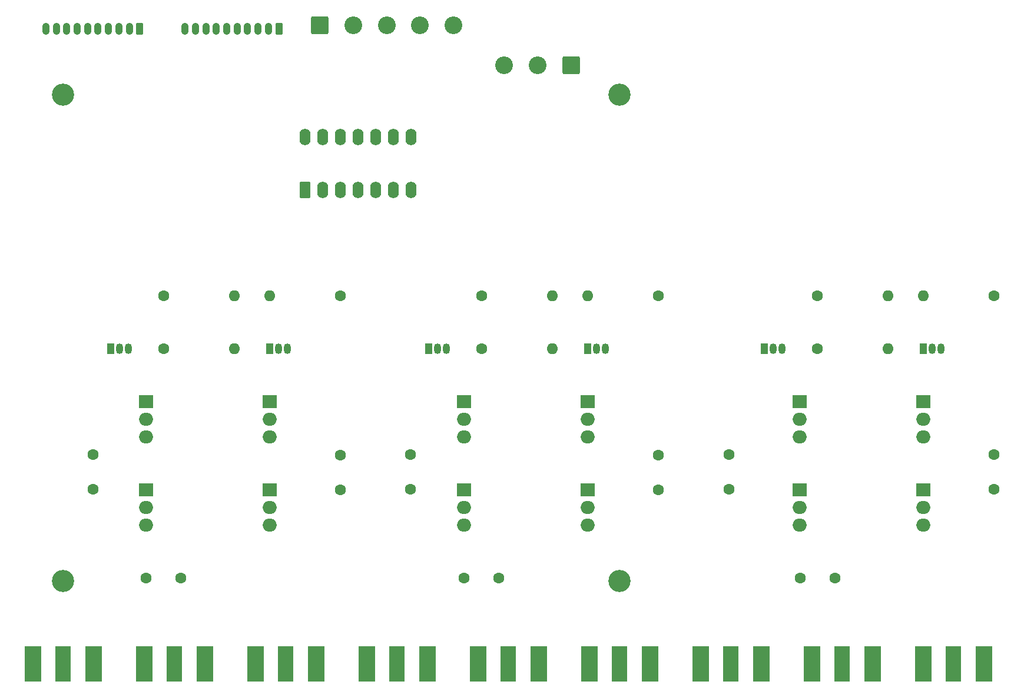
<source format=gts>
G04 #@! TF.GenerationSoftware,KiCad,Pcbnew,9.0.0*
G04 #@! TF.CreationDate,2025-06-03T18:34:14-07:00*
G04 #@! TF.ProjectId,H_bridge,485f6272-6964-4676-952e-6b696361645f,rev?*
G04 #@! TF.SameCoordinates,Original*
G04 #@! TF.FileFunction,Soldermask,Top*
G04 #@! TF.FilePolarity,Negative*
%FSLAX46Y46*%
G04 Gerber Fmt 4.6, Leading zero omitted, Abs format (unit mm)*
G04 Created by KiCad (PCBNEW 9.0.0) date 2025-06-03 18:34:14*
%MOMM*%
%LPD*%
G01*
G04 APERTURE LIST*
G04 Aperture macros list*
%AMRoundRect*
0 Rectangle with rounded corners*
0 $1 Rounding radius*
0 $2 $3 $4 $5 $6 $7 $8 $9 X,Y pos of 4 corners*
0 Add a 4 corners polygon primitive as box body*
4,1,4,$2,$3,$4,$5,$6,$7,$8,$9,$2,$3,0*
0 Add four circle primitives for the rounded corners*
1,1,$1+$1,$2,$3*
1,1,$1+$1,$4,$5*
1,1,$1+$1,$6,$7*
1,1,$1+$1,$8,$9*
0 Add four rect primitives between the rounded corners*
20,1,$1+$1,$2,$3,$4,$5,0*
20,1,$1+$1,$4,$5,$6,$7,0*
20,1,$1+$1,$6,$7,$8,$9,0*
20,1,$1+$1,$8,$9,$2,$3,0*%
G04 Aperture macros list end*
%ADD10C,1.600000*%
%ADD11O,1.600000X1.600000*%
%ADD12RoundRect,0.249999X-1.025001X-1.025001X1.025001X-1.025001X1.025001X1.025001X-1.025001X1.025001X0*%
%ADD13C,2.550000*%
%ADD14R,1.050000X1.500000*%
%ADD15O,1.050000X1.500000*%
%ADD16RoundRect,0.250000X0.265000X0.615000X-0.265000X0.615000X-0.265000X-0.615000X0.265000X-0.615000X0*%
%ADD17O,1.030000X1.730000*%
%ADD18R,2.290000X5.080000*%
%ADD19R,2.420000X5.080000*%
%ADD20R,2.000000X1.905000*%
%ADD21O,2.000000X1.905000*%
%ADD22C,3.200000*%
%ADD23RoundRect,0.250000X0.550000X-0.950000X0.550000X0.950000X-0.550000X0.950000X-0.550000X-0.950000X0*%
%ADD24O,1.600000X2.400000*%
%ADD25RoundRect,0.249999X1.025001X1.025001X-1.025001X1.025001X-1.025001X-1.025001X1.025001X-1.025001X0*%
G04 APERTURE END LIST*
D10*
X149860000Y-93980000D03*
D11*
X139700000Y-93980000D03*
D10*
X172640000Y-134620000D03*
X167640000Y-134620000D03*
D12*
X146900000Y-55000000D03*
D13*
X151700000Y-55000000D03*
X156500000Y-55000000D03*
X161300000Y-55000000D03*
X166100000Y-55000000D03*
D14*
X116840000Y-101600000D03*
D15*
X118110000Y-101600000D03*
X119380000Y-101600000D03*
D16*
X141000000Y-55500000D03*
D17*
X139500000Y-55500000D03*
X138000000Y-55500000D03*
X136500000Y-55500000D03*
X135000000Y-55500000D03*
X133500000Y-55500000D03*
X132000000Y-55500000D03*
X130500000Y-55500000D03*
X129000000Y-55500000D03*
X127500000Y-55500000D03*
D14*
X139700000Y-101600000D03*
D15*
X140970000Y-101600000D03*
X142240000Y-101600000D03*
D10*
X218440000Y-93980000D03*
D11*
X228600000Y-93980000D03*
D18*
X206000000Y-146930000D03*
D19*
X201620000Y-146930000D03*
X210380000Y-146930000D03*
D10*
X114300000Y-121840000D03*
X114300000Y-116840000D03*
D18*
X238000000Y-146930000D03*
D19*
X233620000Y-146930000D03*
X242380000Y-146930000D03*
D20*
X167640000Y-109220000D03*
D21*
X167640000Y-111760000D03*
X167640000Y-114300000D03*
D20*
X233680000Y-121920000D03*
D21*
X233680000Y-124460000D03*
X233680000Y-127000000D03*
D22*
X190000000Y-135000000D03*
D20*
X185420000Y-109220000D03*
D21*
X185420000Y-111760000D03*
X185420000Y-114300000D03*
D10*
X124460000Y-101600000D03*
D11*
X134620000Y-101600000D03*
D22*
X110000000Y-65000000D03*
D20*
X139700000Y-121920000D03*
D21*
X139700000Y-124460000D03*
X139700000Y-127000000D03*
D14*
X162560000Y-101600000D03*
D15*
X163830000Y-101600000D03*
X165100000Y-101600000D03*
D10*
X220980000Y-134620000D03*
X215980000Y-134620000D03*
D18*
X158000000Y-146930000D03*
D19*
X153620000Y-146930000D03*
X162380000Y-146930000D03*
D10*
X195580000Y-93980000D03*
D11*
X185420000Y-93980000D03*
D22*
X190000000Y-65000000D03*
D20*
X185420000Y-121920000D03*
D21*
X185420000Y-124460000D03*
X185420000Y-127000000D03*
D10*
X159940000Y-121840000D03*
X159940000Y-116840000D03*
D20*
X139700000Y-109220000D03*
D21*
X139700000Y-111760000D03*
X139700000Y-114300000D03*
D23*
X144780000Y-78740000D03*
D24*
X147320000Y-78740000D03*
X149860000Y-78740000D03*
X152400000Y-78740000D03*
X154940000Y-78740000D03*
X157480000Y-78740000D03*
X160020000Y-78740000D03*
X160020000Y-71120000D03*
X157480000Y-71120000D03*
X154940000Y-71120000D03*
X152400000Y-71120000D03*
X149860000Y-71120000D03*
X147320000Y-71120000D03*
X144780000Y-71120000D03*
D22*
X110000000Y-135000000D03*
D10*
X124460000Y-93980000D03*
D11*
X134620000Y-93980000D03*
D10*
X243840000Y-93980000D03*
D11*
X233680000Y-93980000D03*
D20*
X167640000Y-121920000D03*
D21*
X167640000Y-124460000D03*
X167640000Y-127000000D03*
D18*
X222000000Y-146930000D03*
D19*
X217620000Y-146930000D03*
X226380000Y-146930000D03*
D20*
X215900000Y-121920000D03*
D21*
X215900000Y-124460000D03*
X215900000Y-127000000D03*
D18*
X110000000Y-146930000D03*
D19*
X105620000Y-146930000D03*
X114380000Y-146930000D03*
D10*
X218440000Y-101600000D03*
D11*
X228600000Y-101600000D03*
D10*
X195580000Y-121920000D03*
X195580000Y-116920000D03*
D18*
X190000000Y-146930000D03*
D19*
X185620000Y-146930000D03*
X194380000Y-146930000D03*
D10*
X170180000Y-101600000D03*
D11*
X180340000Y-101600000D03*
D10*
X149860000Y-121920000D03*
X149860000Y-116920000D03*
X126920000Y-134620000D03*
X121920000Y-134620000D03*
D18*
X174000000Y-146930000D03*
D19*
X169620000Y-146930000D03*
X178380000Y-146930000D03*
D18*
X142000000Y-146930000D03*
D19*
X137620000Y-146930000D03*
X146380000Y-146930000D03*
D16*
X121000000Y-55500000D03*
D17*
X119500000Y-55500000D03*
X118000000Y-55500000D03*
X116500000Y-55500000D03*
X115000000Y-55500000D03*
X113500000Y-55500000D03*
X112000000Y-55500000D03*
X110500000Y-55500000D03*
X109000000Y-55500000D03*
X107500000Y-55500000D03*
D25*
X183000000Y-60800000D03*
D13*
X178200000Y-60800000D03*
X173400000Y-60800000D03*
D20*
X215900000Y-109220000D03*
D21*
X215900000Y-111760000D03*
X215900000Y-114300000D03*
D18*
X126000000Y-146930000D03*
D19*
X121620000Y-146930000D03*
X130380000Y-146930000D03*
D20*
X121920000Y-109220000D03*
D21*
X121920000Y-111760000D03*
X121920000Y-114300000D03*
D10*
X205740000Y-121840000D03*
X205740000Y-116840000D03*
D20*
X233680000Y-109220000D03*
D21*
X233680000Y-111760000D03*
X233680000Y-114300000D03*
D14*
X210820000Y-101600000D03*
D15*
X212090000Y-101600000D03*
X213360000Y-101600000D03*
D14*
X185420000Y-101600000D03*
D15*
X186690000Y-101600000D03*
X187960000Y-101600000D03*
D20*
X121920000Y-121920000D03*
D21*
X121920000Y-124460000D03*
X121920000Y-127000000D03*
D10*
X170180000Y-93980000D03*
D11*
X180340000Y-93980000D03*
D10*
X243840000Y-121840000D03*
X243840000Y-116840000D03*
D14*
X233680000Y-101600000D03*
D15*
X234950000Y-101600000D03*
X236220000Y-101600000D03*
M02*

</source>
